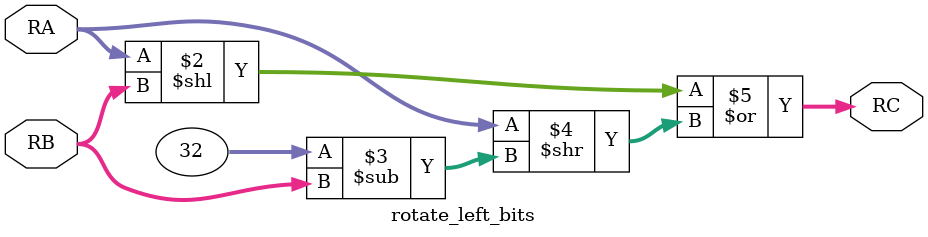
<source format=v>
module rotate_left_bits(
	input [31:0] RA, RB,
	output reg[31:0] RC
	);
	

integer i;

always @(*) begin
	// MSB gets shifted, filled with 0
	RC <= (RA << RB) | (RA >> (32 - RB));
end
endmodule

</source>
